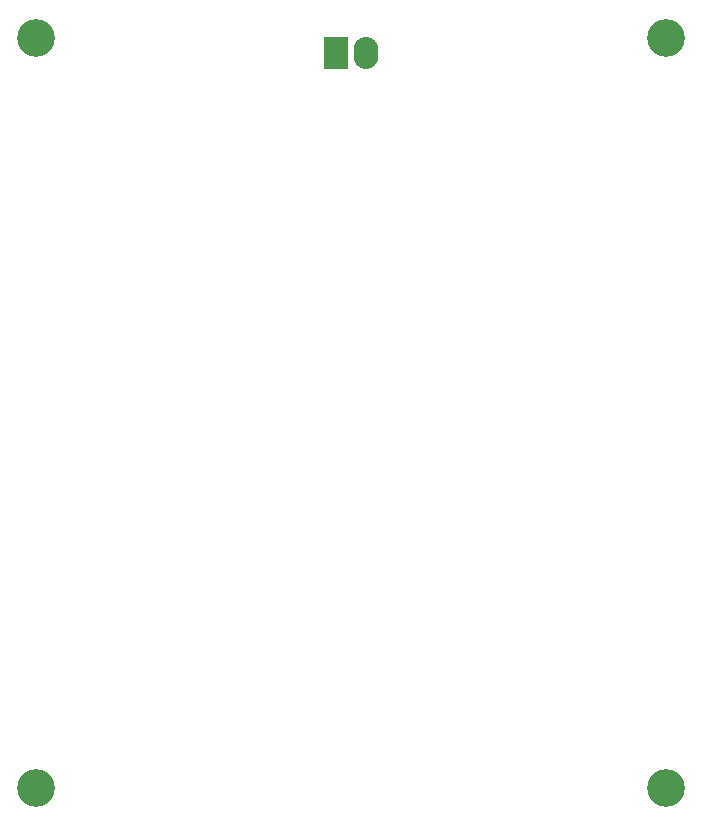
<source format=gbr>
G04 DipTrace 2.4.0.2*
%INBottomMask.gbr*%
%MOMM*%
%ADD17C,3.2*%
%ADD20O,2.1X2.7*%
%ADD22R,2.1X2.7*%
%FSLAX53Y53*%
G04*
G71*
G90*
G75*
G01*
%LNBotMask*%
%LPD*%
D22*
X28410Y65210D3*
D20*
X30950D3*
D17*
X3010Y66480D3*
X56350D3*
Y2980D3*
X3010D3*
M02*

</source>
